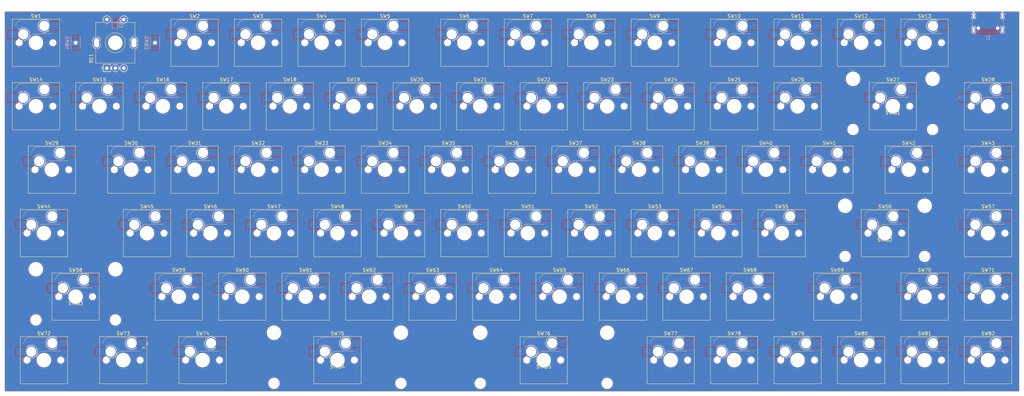
<source format=kicad_pcb>
(kicad_pcb (version 20240108) (generator "pcbnew") (generator_version "8.0")
  (layers (0 "F.Cu" signal) (31 "B.Cu" signal) (34 "B.Paste" user) (35 "F.Paste" user) (36 "B.SilkS" user "B.Silkscreen") (37 "F.SilkS" user "F.Silkscreen") (38 "B.Mask" user) (39 "F.Mask" user) (44 "Edge.Cuts" user))
  (net 0 "")
  (net 1 "GND")
  (net 2 "+5V")
  (net 3 "ROW1")
  (net 4 "Net-(D1-A)")
  (net 5 "Net-(D2-A)")
  (net 6 "Net-(D3-A)")
  (net 7 "Net-(D4-A)")
  (net 8 "Net-(D5-A)")
  (net 9 "Net-(D6-A)")
  (net 10 "Net-(D7-A)")
  (net 11 "Net-(D8-A)")
  (net 12 "Net-(D9-A)")
  (net 13 "Net-(D10-A)")
  (net 14 "Net-(D11-A)")
  (net 15 "Net-(D12-A)")
  (net 16 "Net-(D13-A)")
  (net 17 "Net-(D14-A)")
  (net 18 "Net-(D15-A)")
  (net 19 "Net-(D16-A)")
  (net 20 "Net-(D17-A)")
  (net 21 "Net-(D18-A)")
  (net 22 "Net-(D19-A)")
  (net 23 "Net-(D20-A)")
  (net 24 "Net-(D21-A)")
  (net 25 "Net-(D22-A)")
  (net 26 "Net-(D23-A)")
  (net 27 "Net-(D24-A)")
  (net 28 "Net-(D25-A)")
  (net 29 "Net-(D26-A)")
  (net 30 "Net-(D27-A)")
  (net 31 "Net-(D28-A)")
  (net 32 "Net-(D29-A)")
  (net 33 "Net-(D30-A)")
  (net 34 "Net-(D31-A)")
  (net 35 "Net-(D32-A)")
  (net 36 "Net-(D33-A)")
  (net 37 "Net-(D34-A)")
  (net 38 "Net-(D35-A)")
  (net 39 "Net-(D36-A)")
  (net 40 "Net-(D37-A)")
  (net 41 "Net-(D38-A)")
  (net 42 "Net-(D39-A)")
  (net 43 "Net-(D40-A)")
  (net 44 "Net-(D41-A)")
  (net 45 "Net-(D42-A)")
  (net 46 "Net-(D43-A)")
  (net 47 "Net-(D44-A)")
  (net 48 "Net-(D45-A)")
  (net 49 "Net-(D46-A)")
  (net 50 "Net-(D47-A)")
  (net 51 "Net-(D48-A)")
  (net 52 "Net-(D49-A)")
  (net 53 "Net-(D50-A)")
  (net 54 "Net-(D51-A)")
  (net 55 "Net-(D52-A)")
  (net 56 "Net-(D53-A)")
  (net 57 "Net-(D54-A)")
  (net 58 "Net-(D55-A)")
  (net 59 "Net-(D56-A)")
  (net 60 "Net-(D57-A)")
  (net 61 "Net-(D58-A)")
  (net 62 "Net-(D59-A)")
  (net 63 "Net-(D60-A)")
  (net 64 "Net-(D61-A)")
  (net 65 "Net-(D62-A)")
  (net 66 "Net-(D63-A)")
  (net 67 "Net-(D64-A)")
  (net 68 "Net-(D65-A)")
  (net 69 "Net-(D66-A)")
  (net 70 "Net-(D67-A)")
  (net 71 "Net-(D68-A)")
  (net 72 "Net-(D69-A)")
  (net 73 "Net-(D70-A)")
  (net 74 "Net-(D71-A)")
  (net 75 "Net-(D72-A)")
  (net 76 "Net-(D73-A)")
  (net 77 "Net-(D74-A)")
  (net 78 "Net-(D75-A)")
  (net 79 "Net-(D76-A)")
  (net 80 "Net-(D77-A)")
  (net 81 "Net-(D78-A)")
  (net 82 "Net-(D79-A)")
  (net 83 "Net-(D80-A)")
  (net 84 "Net-(D81-A)")
  (net 85 "Net-(D82-A)")
  (net 86 "Net-(J1-D--PadA7)")
  (net 88 "Net-(J1-CC1)")
  (net 89 "Net-(J1-D+-PadA6)")
  (net 91 "Net-(J1-CC2)")
  (net 92 "~{RESET}")
  (net 93 "/Microcontroller/~{USB_BOOT}")
  (net 94 "Rotary Encoder Pin B")
  (net 95 "Rotary Encoder Pin A")
  (net 96 "COL1")
  (net 97 "COL3")
  (net 98 "COL4")
  (net 99 "COL5")
  (net 100 "COL6")
  (net 101 "COL7")
  (net 102 "COL8")
  (net 103 "COL9")
  (net 104 "COL10")
  (net 105 "COL11")
  (net 106 "COL12")
  (net 107 "COL13")
  (net 108 "COL14")
  (net 109 "COL2")
  (net 110 "COL15")
  (net 111 "Net-(D83-A)")
  (footprint "PCM_Mounting_Keyboard_Stabilizer:Stabilizer_Cherry_MX_2.00u" (layer "F.Cu") (at 292.89375 85.725 180)
    (property "Reference" "STAB2")
    (property "Value" "Stablizer_2U")
  )
  (footprint "PCM_Miscellaneous:EC11E-Switch_Vertical_H11mm" (layer "F.Cu") (at 61.9125 28.575 90)
    (property "Reference" "RE1")
    (property "Value" "RotaryEncoder_Switch_MP")
  )
  (footprint "PCM_Mounting_Keyboard_Stabilizer:Stabilizer_Cherry_MX_3.00u" (layer "F.Cu") (at 190.5 123.825 180)
    (property "Reference" "STAB5")
    (property "Value" "Stablizer_3U")
  )
  (footprint "PCM_Mounting_Keyboard_Stabilizer:Stabilizer_Cherry_MX_3.00u" (layer "F.Cu") (at 128.5875 123.825 180)
    (property "Reference" "STAB4")
    (property "Value" "Stablizer_3U")
  )
  (footprint "PCM_Mounting_Keyboard_Stabilizer:Stabilizer_Cherry_MX_2.00u" (layer "F.Cu") (at 50.00625 104.775 180)
    (property "Reference" "STAB3")
    (property "Value" "Stablizer_2U")
  )
  (footprint "PCM_Mounting_Keyboard_Stabilizer:Stabilizer_Cherry_MX_2.00u" (layer "F.Cu") (at 295.275 47.625 180)
    (property "Reference" "STAB1")
    (property "Value" "Stablizer_2U")
  )
  (footprint "PCM_Switch_Keyboard_Hotswap_Kailh:SW_Hotswap_Kailh_MX_Plated_1.00u" (layer "B.Cu") (at 104.775 66.675 180)
    (property "Reference" "SW32")
    (property "Value" "E")
  )
  (footprint "PCM_Switch_Keyboard_Hotswap_Kailh:SW_Hotswap_Kailh_MX_Plated_1.00u" (layer "B.Cu") (at 71.4375 85.725 180)
    (property "Reference" "SW45")
    (property "Value" "A")
  )
  (footprint "PCM_Switch_Keyboard_Hotswap_Kailh:SW_Hotswap_Kailh_MX_Plated_1.00u" (layer "B.Cu") (at 66.675 66.675 180)
    (property "Reference" "SW30")
    (property "Value" "Q")
  )
  (footprint "PCM_Switch_Keyboard_Hotswap_Kailh:SW_Hotswap_Kailh_MX_Plated_1.25u" (layer "B.Cu") (at 40.48125 85.725 180)
    (property "Reference" "SW44")
    (property "Value" "Caps Lock")
  )
  (footprint "PCM_Switch_Keyboard_Hotswap_Kailh:SW_Hotswap_Kailh_MX_Plated_1.00u" (layer "B.Cu") (at 266.7 123.825 180)
    (property "Reference" "SW79")
    (property "Value" "Menu")
  )
  (footprint "PCM_Switch_Keyboard_Hotswap_Kailh:SW_Hotswap_Kailh_MX_Plated_1.00u" (layer "B.Cu") (at 323.85 66.675 180)
    (property "Reference" "SW43")
    (property "Value" "Home")
  )
  (footprint "PCM_Switch_Keyboard_Hotswap_Kailh:SW_Hotswap_Kailh_MX_Plated_1.00u" (layer "B.Cu") (at 185.7375 85.725 180)
    (property "Reference" "SW51")
    (property "Value" "J")
  )
  (footprint "PCM_Switch_Keyboard_Hotswap_Kailh:SW_Hotswap_Kailh_MX_Plated_1.00u" (layer "B.Cu") (at 152.4 47.625 180)
    (property "Reference" "SW20")
    (property "Value" "6")
  )
  (footprint "PCM_Switch_Keyboard_Hotswap_Kailh:SW_Hotswap_Kailh_MX_Plated_1.00u" (layer "B.Cu") (at 266.7 47.625 180)
    (property "Reference" "SW26")
    (property "Value" "=")
  )
  (footprint "PCM_Switch_Keyboard_Hotswap_Kailh:SW_Hotswap_Kailh_MX_Plated_1.00u" (layer "B.Cu") (at 166.6875 28.575 180)
    (property "Reference" "SW6")
    (property "Value" "F5")
  )
  (footprint "PCM_Switch_Keyboard_Hotswap_Kailh:SW_Hotswap_Kailh_MX_Plated_1.00u" (layer "B.Cu") (at 119.0625 104.775 180)
    (property "Reference" "SW61")
    (property "Value" "C")
  )
  (footprint "PCM_Switch_Keyboard_Hotswap_Kailh:SW_Hotswap_Kailh_MX_Plated_1.00u" (layer "B.Cu") (at 147.6375 85.725 180)
    (property "Reference" "SW49")
    (property "Value" "G")
  )
  (footprint "PCM_Switch_Keyboard_Hotswap_Kailh:SW_Hotswap_Kailh_MX_Plated_1.00u" (layer "B.Cu") (at 304.8 28.575 180)
    (property "Reference" "SW13")
    (property "Value" "F12")
  )
  (footprint "PCM_Switch_Keyboard_Hotswap_Kailh:SW_Hotswap_Kailh_MX_Plated_1.00u" (layer "B.Cu") (at 80.9625 104.775 180)
    (property "Reference" "SW59")
    (property "Value" "Z")
  )
  (footprint "PCM_Switch_Keyboard_Hotswap_Kailh:SW_Hotswap_Kailh_MX_Plated_1.00u" (layer "B.Cu") (at 304.8 123.825 180)
    (property "Reference" "SW81")
    (property "Value" "↓")
  )
  (footprint "PCM_Switch_Keyboard_Hotswap_Kailh:SW_Hotswap_Kailh_MX_Plated_1.00u" (layer "B.Cu") (at 133.35 47.625 180)
    (property "Reference" "SW19")
    (property "Value" "5")
  )
  (footprint "PCM_Switch_Keyboard_Hotswap_Kailh:SW_Hotswap_Kailh_MX_Plated_1.00u" (layer "B.Cu") (at 90.4875 85.725 180)
    (property "Reference" "SW46")
    (property "Value" "S")
  )
  (footprint "PCM_Switch_Keyboard_Hotswap_Kailh:SW_Hotswap_Kailh_MX_Plated_1.00u" (layer "B.Cu") (at 276.225 66.675 180)
    (property "Reference" "SW41")
    (property "Value" "]")
  )
  (footprint "PCM_Switch_Keyboard_Hotswap_Kailh:SW_Hotswap_Kailh_MX_Plated_1.00u" (layer "B.Cu") (at 323.85 123.825 180)
    (property "Reference" "SW82")
    (property "Value" "→")
  )
  (footprint "PCM_Switch_Keyboard_Hotswap_Kailh:SW_Hotswap_Kailh_MX_Plated_1.00u" (layer "B.Cu") (at 223.8375 85.725 180)
    (property "Reference" "SW53")
    (property "Value" "L")
  )
  (footprint "PCM_Switch_Keyboard_Hotswap_Kailh:SW_Hotswap_Kailh_MX_Plated_1.00u" (layer "B.Cu") (at 85.725 28.575 180)
    (property "Reference" "SW2")
    (property "Value" "F1")
  )
  (footprint "PCM_Switch_Keyboard_Hotswap_Kailh:SW_Hotswap_Kailh_MX_Plated_1.00u" (layer "B.Cu") (at 219.075 66.675 180)
    (property "Reference" "SW38")
    (property "Value" "O")
  )
  (footprint "PCM_Switch_Keyboard_Hotswap_Kailh:SW_Hotswap_Kailh_MX_Plated_1.00u" (layer "B.Cu") (at 238.125 66.675 180)
    (property "Reference" "SW39")
    (property "Value" "P")
  )
  (footprint "PCM_Switch_Keyboard_Hotswap_Kailh:SW_Hotswap_Kailh_MX_Plated_1.00u" (layer "B.Cu") (at 123.825 66.675 180)
    (property "Reference" "SW33")
    (property "Value" "R")
  )
  (footprint "PCM_Switch_Keyboard_Hotswap_Kailh:SW_Hotswap_Kailh_MX_Plated_1.00u" (layer "B.Cu") (at 209.55 47.625 180)
    (property "Reference" "SW23")
    (property "Value" "9")
  )
  (footprint "PCM_Switch_Keyboard_Hotswap_Kailh:SW_Hotswap_Kailh_MX_Plated_1.00u" (layer "B.Cu") (at 204.7875 28.575 180)
    (property "Reference" "SW8")
    (property "Value" "F7")
  )
  (footprint "PCM_Switch_Keyboard_Hotswap_Kailh:SW_Hotswap_Kailh_MX_Plated_1.00u" (layer "B.Cu") (at 200.025 66.675 180)
    (property "Reference" "SW37")
    (property "Value" "I")
  )
  (footprint "PCM_Switch_Keyboard_Hotswap_Kailh:SW_Hotswap_Kailh_MX_Plated_1.00u" (layer "B.Cu") (at 104.775 28.575 180)
    (property "Reference" "SW3")
    (property "Value" "F2")
  )
  (footprint "PCM_Switch_Keyboard_Hotswap_Kailh:SW_Hotswap_Kailh_MX_Plated_1.00u" (layer "B.Cu") (at 185.7375 28.575 180)
    (property "Reference" "SW7")
    (property "Value" "F6")
  )
  (footprint "PCM_Switch_Keyboard_Hotswap_Kailh:SW_Hotswap_Kailh_MX_Plated_1.00u" (layer "B.Cu") (at 166.6875 85.725 180)
    (property "Reference" "SW50")
    (property "Value" "H")
  )
  (footprint "PCM_Switch_Keyboard_Hotswap_Kailh:SW_Hotswap_Kailh_MX_Plated_1.00u" (layer "B.Cu") (at 247.65 123.825 180)
    (property "Reference" "SW78")
    (property "Value" "Alt")
  )
  (footprint "PCM_Switch_Keyboard_Hotswap_Kailh:SW_Hotswap_Kailh_MX_Plated_1.50u" (layer "B.Cu") (at 42.8625 66.675 180)
    (property "Reference" "SW29")
    (property "Value" "Tab")
  )
  (footprint "PCM_Switch_Keyboard_Hotswap_Kailh:SW_Hotswap_Kailh_MX_Plated_1.00u" (layer "B.Cu") (at 138.1125 104.775 180)
    (property "Reference" "SW62")
    (property "Value" "V")
  )
  (footprint "PCM_Switch_Keyboard_Hotswap_Kailh:SW_Hotswap_Kailh_MX_Plated_1.00u" (layer "B.Cu") (at 123.825 28.575 180)
    (property "Reference" "SW4")
    (property "Value" "F3")
  )
  (footprint "PCM_Switch_Keyboard_Hotswap_Kailh:SW_Hotswap_Kailh_MX_Plated_1.00u" (layer "B.Cu") (at 114.3 47.625 180)
    (property "Reference" "SW18")
    (property "Value" "4")
  )
  (footprint "PCM_Switch_Keyboard_Hotswap_Kailh:SW_Hotswap_Kailh_MX_Plated_1.00u" (layer "B.Cu") (at 228.6 47.625 180)
    (property "Reference" "SW24")
    (property "Value" "0")
  )
  (footprint "PCM_Switch_Keyboard_Hotswap_Kailh:SW_Hotswap_Kailh_MX_Plated_1.00u" (layer "B.Cu") (at 223.8375 28.575 180)
    (property "Reference" "SW9")
    (property "Value" "F8")
  )
  (footprint "PCM_Switch_Keyboard_Hotswap_Kailh:SW_Hotswap_Kailh_MX_Plated_1.00u" (layer "B.Cu") (at 57.15 47.625 180)
    (property "Reference" "SW15")
    (property "Value" "1")
  )
  (footprint "PCM_Switch_Keyboard_Hotswap_Kailh:SW_Hotswap_Kailh_MX_Plated_1.00u" (layer "B.Cu") (at 142.875 66.675 180)
    (property "Reference" "SW34")
    (property "Value" "T")
  )
  (footprint "PCM_Switch_Keyboard_Hotswap_Kailh:SW_Hotswap_Kailh_MX_Plated_1.00u" (layer "B.Cu") (at 161.925 66.675 180)
    (property "Reference" "SW35")
    (property "Value" "Y")
  )
  (footprint "PCM_Switch_Keyboard_Hotswap_Kailh:SW_Hotswap_Kailh_MX_Plated_1.00u" (layer "B.Cu") (at 38.1 28.575 180)
    (property "Reference" "SW1")
    (property "Value" "ESC")
  )
  (footprint "PCM_Switch_Keyboard_Hotswap_Kailh:SW_Hotswap_Kailh_MX_Plated_1.50u" (layer "B.Cu") (at 300.0375 66.675 180)
    (property "Reference" "SW42")
    (property "Value" "\\")
  )
  (footprint "PCM_Switch_Keyboard_Hotswap_Kailh:SW_Hotswap_Kailh_MX_Plated_1.00u" (layer "B.Cu") (at 252.4125 104.775 180)
    (property "Reference" "SW68")
    (property "Value" "/")
  )
  (footprint "PCM_Switch_Keyboard_Hotswap_Kailh:SW_Hotswap_Kailh_MX_Plated_1.00u" (layer "B.Cu") (at 228.6 123.825 180)
    (property "Reference" "SW77")
    (property "Value" "Control")
  )
  (footprint "PCM_Switch_Keyboard_Hotswap_Kailh:SW_Hotswap_Kailh_MX_Plated_1.00u" (layer "B.Cu") (at 176.2125 104.775 180)
    (property "Reference" "SW64")
    (property "Value" "N")
  )
  (footprint "PCM_Switch_Keyboard_Hotswap_Kailh:SW_Hotswap_Kailh_MX_Plated_1.00u" (layer "B.Cu") (at 247.65 28.575 180)
    (property "Reference" "SW10")
    (property "Value" "F9")
  )
  (footprint "PCM_Switch_Keyboard_Hotswap_Kailh:SW_Hotswap_Kailh_MX_Plated_2.25u" (layer "B.Cu") (at 50.00625 104.775 180)
    (property "Reference" "SW58")
    (property "Value" "Shift")
  )
  (footprint "PCM_Switch_Keyboard_Hotswap_Kailh:SW_Hotswap_Kailh_MX_Plated_1.00u" (layer "B.Cu") (at 195.2625 104.775 180)
    (property "Reference" "SW65")
    (property "Value" "M")
  )
  (footprint "PCM_Switch_Keyboard_Hotswap_Kailh:SW_Hotswap_Kailh_MX_Plated_1.00u" (layer "B.Cu") (at 247.65 47.625 180)
    (property "Reference" "SW25")
    (property "Value" "-")
  )
  (footprint "PCM_Switch_Keyboard_Hotswap_Kailh:SW_Hotswap_Kailh_MX_Plated_1.00u" (layer "B.Cu") (at 76.2 47.625 180)
    (property "Reference" "SW16")
    (property "Value" "2")
  )
  (footprint "PCM_Switch_Keyboard_Hotswap_Kailh:SW_Hotswap_Kailh_MX_Plated_1.00u" (layer "B.Cu") (at 190.5 47.625 180)
    (property "Reference" "SW22")
    (property "Value" "8")
  )
  (footprint "PCM_Switch_Keyboard_Hotswap_Kailh:SW_Hotswap_Kailh_MX_Plated_1.00u" (layer "B.Cu") (at 323.85 85.725 180)
    (property "Reference" "SW57")
    (property "Value" "Page Up")
  )
  (footprint "PCM_Switch_Keyboard_Hotswap_Kailh:SW_Hotswap_Kailh_MX_Plated_1.00u" (layer "B.Cu") (at 157.1625 104.775 180)
    (property "Reference" "SW63")
    (property "Value" "B")
  )
  (footprint "PCM_Switch_Keyboard_Hotswap_Kailh:SW_Hotswap_Kailh_MX_Plated_1.00u" (layer "B.Cu") (at 257.175 66.675 180)
    (property "Reference" "SW40")
    (property "Value" "[")
  )
  (footprint "PCM_Switch_Keyboard_Hotswap_Kailh:SW_Hotswap_Kailh_MX_Plated_3.00u" (layer "B.Cu") (at 128.5875 123.825 180)
    (property "Reference" "SW75")
    (property "Value" "Space")
  )
  (footprint "PCM_Switch_Keyboard_Hotswap_Kailh:SW_Hotswap_Kailh_MX_Plated_1.00u" (layer "B.Cu") (at 204.7875 85.725 180)
    (property "Reference" "SW52")
    (property "Value" "K")
  )
  (footprint "PCM_Switch_Keyboard_Hotswap_Kailh:SW_Hotswap_Kailh_MX_Plated_1.00u" (layer "B.Cu") (at 242.8875 85.725 180)
    (property "Reference" "SW54")
    (property "Value" ";")
  )
  (footprint "PCM_Switch_Keyboard_Hotswap_Kailh:SW_Hotswap_Kailh_MX_Plated_1.25u" (layer "B.Cu") (at 40.48125 123.825 180)
    (property "Reference" "SW72")
    (property "Value" "Control")
  )
  (footprint "PCM_Switch_Keyboard_Hotswap_Kailh:SW_Hotswap_Kailh_MX_Plated_1.00u" (layer "B.Cu") (at 38.1 47.625 180)
    (property "Reference" "SW14")
    (property "Value" "`")
  )
  (footprint "PCM_Switch_Keyboard_Hotswap_Kailh:SW_Hotswap_Kailh_MX_Plated_1.00u" (layer "B.Cu") (at 100.0125 104.775 180)
    (property "Reference" "SW60")
    (property "Value" "X")
  )
  (footprint "Button_Switch_SMD:SW_SPST_B3U-1000P-B" (layer "B.Cu") (at 50.00625 28.575 -90)
    (property "Reference" "SW84")
    (property "Value" "~{USB_BOOT}")
  )
  (footprint "PCM_Switch_Keyboard_Hotswap_Kailh:SW_Hotswap_Kailh_MX_Plated_1.00u" (layer "B.Cu") (at 304.8 104.775 180)
    (property "Reference" "SW70")
    (property "Value" "↑")
  )
  (footprint "PCM_Switch_Keyboard_Hotswap_Kailh:SW_Hotswap_Kailh_MX_Plated_1.00u" (layer "B.Cu") (at 266.7 28.575 180)
    (property "Reference" "SW11")
    (property "Value" "F10")
  )
  (footprint "PCM_Switch_Keyboard_Hotswap_Kailh:SW_Hotswap_Kailh_MX_Plated_2.00u" (layer "B.Cu") (at 295.275 47.625 180)
    (property "Reference" "SW27")
    (property "Value" "Backspace")
  )
  (footprint "PCM_Switch_Keyboard_Hotswap_Kailh:SW_Hotswap_Kailh_MX_Plated_1.00u" (layer "B.Cu") (at 214.3125 104.775 180)
    (property "Reference" "SW66")
    (property "Value" ",")
  )
  (footprint "PCM_Switch_Keyboard_Hotswap_Kailh:SW_Hotswap_Kailh_MX_Plated_1.00u" (layer "B.Cu") (at 180.975 66.675 180)
    (property "Reference" "SW36")
    (property "Value" "U")
  )
  (footprint "PCM_Switch_Keyboard_Hotswap_Kailh:SW_Hotswap_Kailh_MX_Plated_3.00u" (layer "B.Cu") (at 190.5 123.825 180)
    (property "Reference" "SW76")
    (property "Value" "Space")
  )
  (footprint "PCM_Switch_Keyboard_Hotswap_Kailh:SW_Hotswap_Kailh_MX_Plated_1.00u" (layer "B.Cu") (at 142.875 28.575 180)
    (property "Reference" "SW5")
    (property "Value" "F4")
  )
  (footprint "PCM_Switch_Keyboard_Hotswap_Kailh:SW_Hotswap_Kailh_MX_Plated_1.00u" (layer "B.Cu") (at 261.9375 85.725 180)
    (property "Reference" "SW55")
    (property "Value" "'")
  )
  (footprint "Diode_SMD:D_SOD-323" (layer "B.Cu") (at 61.8 22.64 90)
    (property "Reference" "D83")
    (property "Value" "1N4148WS")
  )
  (footprint "PCM_Switch_Keyboard_Hotswap_Kailh:SW_Hotswap_Kailh_MX_Plated_1.00u" (layer "B.Cu") (at 323.85 47.625 180)
    (property "Reference" "SW28")
    (property "Value" "Delete")
  )
  (footprint "PCM_Switch_Keyboard_Hotswap_Kailh:SW_Hotswap_Kailh_MX_Plated_1.25u" (layer "B.Cu") (at 88.10625 123.825 180)
    (property "Reference" "SW74")
    (property "Value" "Alt")
  )
  (footprint "PCM_Switch_Keyboard_Hotswap_Kailh:SW_Hotswap_Kailh_MX_Plated_1.00u" (layer "B.Cu") (at 285.75 123.825 180)
    (property "Reference" "SW80")
    (property "Value" "←")
  )
  (footprint "PCM_Switch_Keyboard_Hotswap_Kailh:SW_Hotswap_Kailh_MX_Plated_1.00u" (layer "B.Cu") (at 95.25 47.625 180)
    (property "Reference" "SW17")
    (property "Value" "3")
  )
  (footprint "PCM_Switch_Keyboard_Hotswap_Kailh:SW_Hotswap_Kailh_MX_Plated_2.25u" (layer "B.Cu") (at 292.89375 85.725 180)
    (property "Reference" "SW56")
    (property "Value" "Enter")
  )
  (footprint "PCM_Switch_Keyboard_Hotswap_Kailh:SW_Hotswap_Kailh_MX_Plated_1.00u" (layer "B.Cu") (at 109.5375 85.725 180)
    (property "Reference" "SW47")
    (property "Value" "D")
  )
  (footprint "PCM_Switch_Keyboard_Hotswap_Kailh:SW_Hotswap_Kailh_MX_Plated_1.00u" (layer "B.Cu") (at 323.85 104.775 180)
    (property "Reference" "SW71")
    (property "Value" "Page Down")
  )
  (footprint "PCM_Switch_Keyboard_Hotswap_Kailh:SW_Hotswap_Kailh_MX_Plated_1.00u" (layer "B.Cu") (at 85.725 66.675 180)
    (property "Reference" "SW31")
    (property "Value" "W")
  )
  (footprint "PCM_Switch_Keyboard_Hotswap_Kailh:SW_Hotswap_Kailh_MX_Plated_1.00u" (layer "B.Cu") (at 285.75 28.575 180)
    (property "Reference" "SW12")
    (property "Value" "F11")
  )
  (footprint "PCM_Switch_Keyboard_Hotswap_Kailh:SW_Hotswap_Kailh_MX_Plated_1.25u" (layer "B.Cu") (at 64.29375 123.825 180)
    (property "Reference" "SW73")
    (property "Value" "Windows")
  )
  (footprint "PCM_Switch_Keyboard_Hotswap_Kailh:SW_Hotswap_Kailh_MX_Plated_1.00u" (layer "B.Cu") (at 128.5875 85.725 180)
    (property "Reference" "SW48")
    (property "Value" "F")
  )
  (footprint "Button_Switch_SMD:SW_SPST_B3U-1000P-B" (layer "B.Cu") (at 73.81875 28.575 -90)
    (property "Reference" "SW83")
    (property "Value" "~{RESET}")
  )
  (footprint "Connector_USB:USB_C_Receptacle_GCT_USB4105-xx-A_16P_TopMnt_Horizontal" (layer "B.Cu") (at 323.85 21.59)
    (property "Reference" "J1")
    (property "Value" "GCT USB4105")
  )
  (footprint "PCM_Switch_Keyboard_Hotswap_Kailh:SW_Hotswap_Kailh_MX_Plated_1.00u" (layer "B.Cu") (at 171.45 47.625 180)
    (property "Reference" "SW21")
    (property "Value" "7")
  )
  (footprint "PCM_Switch_Keyboard_Hotswap_Kailh:SW_Hotswap_Kailh_MX_Plated_1.00u" (layer "B.Cu") (at 233.3625 104.775 180)
    (property "Reference" "SW67")
    (property "Value" ".")
  )
  (footprint "PCM_Switch_Keyboard_Hotswap_Kailh:SW_Hotswap_Kailh_MX_Plated_1.75u" (layer "B.Cu") (at 278.60625 104.775 180)
    (property "Reference" "SW69")
    (property "Value" "Shift")
  )
  (gr_rect (start 28.575 19.05) (end 333.375 133.35) (stroke (width 0.05)) (fill none) (layer "Edge.Cuts"))
  (segment (start 34.29 59.3725) (end 39.0525 64.135) (width 0.2) (layer "F.Cu") (net 96))
  (segment (start 46.19625 102.235) (end 46.19625 111.76) (width 0.2) (layer "F.Cu") (net 96))
  (segment (start 38.9575 64.23) (end 38.9575 80.89875) (width 0.2) (layer "F.Cu") (net 96))
  (segment (start 46.19625 102.235) (end 46.19625 97.4725) (width 0.2) (layer "F.Cu") (net 96))
  (segment (start 34.29 26.035) (end 34.29 45.085) (width 0.2) (layer "F.Cu") (net 96))
  (segment (start 46.19625 97.4725) (end 36.67125 87.9475) (width 0.2) (layer "F.Cu") (net 96))
  (segment (start 38.9575 80.89875) (end 36.67125 83.185) (width 0.2) (layer "F.Cu") (net 96))
  (segment (start 46.19625 111.76) (end 36.67125 121.285) (width 0.2) (layer "F.Cu") (net 96))
  (segment (start 36.67125 83.185) (end 36.67125 87.9475) (width 0.2) (layer "F.Cu") (net 96))
  (segment (start 34.29 45.085) (end 34.29 59.3725) (width 0.2) (layer "F.Cu") (net 96))
  (segment (start 39.0525 64.135) (end 38.9575 64.23) (width 0.2) (layer "F.Cu") (net 96))
  (segment (start 81.915 64.135) (end 81.915 78.4225) (width 0.2) (layer "F.Cu") (net 97))
  (segment (start 84.29625 121.285) (end 96.2025 109.37875) (width 0.2) (layer "F.Cu") (net 97))
  (segment (start 86.6775 83.185) (end 86.6775 92.71) (width 0.2) (layer "F.Cu") (net 97))
  (segment (start 96.2025 109.37875) (end 96.2025 102.235) (width 0.2) (layer "F.Cu") (net 97))
  (segment (start 81.915 26.035) (end 81.915 35.56) (width 0.2) (layer "F.Cu") (net 97))
  (segment (start 81.915 78.4225) (end 86.6775 83.185) (width 0.2) (layer "F.Cu") (net 97))
  (segment (start 86.6775 92.71) (end 96.2025 102.235) (width 0.2) (layer "F.Cu") (net 97))
  (segment (start 72.39 54.61) (end 81.915 64.135) (width 0.2) (layer "F.Cu") (net 97))
  (segment (start 81.915 35.56) (end 72.39 45.085) (width 0.2) (layer "F.Cu") (net 97))
  (segment (start 72.39 45.085) (end 72.39 54.61) (width 0.2) (layer "F.Cu") (net 97))
  (segment (start 105.7275 92.71) (end 115.2525 102.235) (width 0.2) (layer "F.Cu") (net 98))
  (segment (start 100.965 78.4225) (end 105.7275 83.185) (width 0.2) (layer "F.Cu") (net 98))
  (segment (start 91.44 45.085) (end 91.44 54.61) (width 0.2) (layer "F.Cu") (net 98))
  (segment (start 115.2525 102.235) (end 115.2525 111.76) (width 0.2) (layer "F.Cu") (net 98))
  (segment (start 100.965 64.135) (end 100.965 78.4225) (width 0.2) (layer "F.Cu") (net 98))
  (segment (start 100.965 35.56) (end 91.44 45.085) (width 0.2) (layer "F.Cu") (net 98))
  (segment (start 91.44 54.61) (end 100.965 64.135) (width 0.2) (layer "F.Cu") (net 98))
  (segment (start 115.2525 111.76) (end 124.7775 121.285) (width 0.2) (layer "F.Cu") (net 98))
  (segment (start 105.7275 83.185) (end 105.7275 92.71) (width 0.2) (layer "F.Cu") (net 98))
  (segment (start 100.965 26.035) (end 100.965 35.56) (width 0.2) (layer "F.Cu") (net 98))
  (segment (start 120.015 35.56) (end 110.49 45.085) (width 0.2) (layer "F.Cu") (net 99))
  (segment (start 110.49 54.61) (end 120.015 64.135) (width 0.2) (layer "F.Cu") (net 99))
  (segment (start 110.49 45.085) (end 110.49 54.61) (width 0.2) (layer "F.Cu") (net 99))
  (segment (start 120.015 64.135) (end 120.015 78.4225) (width 0.2) (layer "F.Cu") (net 99))
  (segment (start 124.7775 83.185) (end 124.7775 92.71) (width 0.2) (layer "F.Cu") (net 99))
  (segment (start 120.015 26.035) (end 120.015 35.56) (width 0.2) (layer "F.Cu") (net 99))
  (segment (start 124.7775 92.71) (end 134.3025 102.235) (width 0.2) (layer "F.Cu") (net 99))
  (segment (start 120.015 78.4225) (end 124.7775 83.185) (width 0.2) (layer "F.Cu") (net 99))
  (segment (start 143.8275 92.71) (end 153.3525 102.235) (width 0.2) (layer "F.Cu") (net 100))
  (segment (start 139.065 35.56) (end 129.54 45.085) (width 0.2) (layer "F.Cu") (net 100))
  (segment (start 129.54 54.61) (end 139.065 64.135) (width 0.2) (layer "F.Cu") (net 100))
  (segment (start 139.065 26.035) (end 139.065 35.56) (width 0.2) (layer "F.Cu") (net 100))
  (segment (start 129.54 45.085) (end 129.54 54.61) (width 0.2) (layer "F.Cu") (net 100))
  (segment (start 139.065 78.4225) (end 143.8275 83.185) (width 0.2) (layer "F.Cu") (net 100))
  (segment (start 143.8275 83.185) (end 143.8275 92.71) (width 0.2) (layer "F.Cu") (net 100))
  (segment (start 139.065 64.135) (end 139.065 78.4225) (width 0.2) (layer "F.Cu") (net 100))
  (segment (start 172.4025 102.235) (end 172.4025 106.9975) (width 0.2) (layer "F.Cu") (net 101))
  (segment (start 158.115 78.4225) (end 162.8775 83.185) (width 0.2) (layer "F.Cu") (net 101))
  (segment (start 148.59 54.61) (end 158.115 64.135) (width 0.2) (layer "F.Cu") (net 101))
  (segment (start 158.115 64.135) (end 158.115 78.4225) (width 0.2) (layer "F.Cu") (net 101))
  (segment (start 172.4025 106.9975) (end 186.69 121.285) (width 0.2) (layer "F.Cu") (net 101))
  (segment (start 148.59 45.085) (end 148.59 54.61) (width 0.2) (layer "F.Cu") (net 101))
  (segment (start 162.8775 26.035) (end 162.8775 30.7975) (width 0.2) (layer "F.Cu") (net 101))
  (segment (start 162.8775 92.71) (end 172.4025 102.235) (width 0.2) (layer "F.Cu") (net 101))
  (segment (start 162.8775 30.7975) (end 148.59 45.085) (width 0.2) (layer "F.Cu") (net 101))
  (segment (start 162.8775 83.185) (end 162.8775 92.71) (width 0.2) (layer "F.Cu") (net 101))
  (segment (start 177.165 78.4225) (end 181.9275 83.185) (width 0.2) (layer "F.Cu") (net 102))
  (segment (start 181.9275 26.035) (end 181.9275 30.7975) (width 0.2) (layer "F.Cu") (net 102))
  (segment (start 167.64 54.61) (end 177.165 64.135) (width 0.2) (layer "F.Cu") (net 102))
  (segment (start 181.9275 30.7975) (end 167.64 45.085) (width 0.2) (layer "F.Cu") (net 102))
  (segment (start 177.165 64.135) (end 177.165 78.4225) (width 0.2) (layer "F.Cu") (net 102))
  (segment (start 181.9275 83.185) (end 181.9275 92.71) (width 0.2) (layer "F.Cu") (net 102))
  (segment (start 181.9275 92.71) (end 191.4525 102.235) (width 0.2) (layer "F.Cu") (net 102))
  (segment (start 167.64 45.085) (end 167.64 54.61) (width 0.2) (layer "F.Cu") (net 102))
  (segment (start 196.215 64.135) (end 196.215 78.4225) (width 0.2) (layer "F.Cu") (net 103))
  (segment (start 196.215 78.4225) (end 200.9775 83.185) (width 0.2) (layer "F.Cu") (net 103))
  (segment (start 200.9775 30.7975) (end 186.69 45.085) (width 0.2) (layer "F.Cu") (net 103))
  (segment (start 200.9775 26.035) (end 200.9775 30.7975) (width 0.2) (layer "F.Cu") (net 103))
  (segment (start 200.9775 83.185) (end 200.9775 92.71) (width 0.2) (layer "F.Cu") (net 103))
  (segment (start 186.69 45.085) (end 186.69 54.61) (width 0.2) (layer "F.Cu") (net 103))
  (segment (start 186.69 54.61) (end 196.215 64.135) (width 0.2) (layer "F.Cu") (net 103))
  (segment (start 200.9775 92.71) (end 210.5025 102.235) (width 0.2) (layer "F.Cu") (net 103))
  (segment (start 205.74 45.085) (end 205.74 54.61) (width 0.2) (layer "F.Cu") (net 104))
  (segment (start 220.0275 30.7975) (end 205.74 45.085) (width 0.2) (layer "F.Cu") (net 104))
  (segment (start 220.0275 26.035) (end 220.0275 30.7975) (width 0.2) (layer "F.Cu") (net 104))
  (segment (start 215.265 64.135) (end 215.265 78.4225) (width 0.2) (layer "F.Cu") (net 104))
  (segment (start 215.265 78.4225) (end 220.0275 83.185) (width 0.2) (layer "F.Cu") (net 104))
  (segment (start 220.0275 83.185) (end 220.0275 92.71) (width 0.2) (layer "F.Cu") (net 104))
  (segment (start 220.0275 92.71) (end 229.5525 102.235) (width 0.2) (layer "F.Cu") (net 104))
  (segment (start 229.5525 102.235) (end 229.5525 116.5225) (width 0.2) (layer "F.Cu") (net 104))
  (segment (start 229.5525 116.5225) (end 224.79 121.285) (width 0.2) (layer "F.Cu") (net 104))
  (segment (start 205.74 54.61) (end 215.265 64.135) (width 0.2) (layer "F.Cu") (net 104))
  (segment (start 248.5075 116.6175) (end 243.84 121.285) (width 0.2) (layer "F.Cu") (net 105))
  (segment (start 234.315 78.4225) (end 239.0775 83.185) (width 0.2) (layer "F.Cu") (net 105))
  (segment (start 224.79 54.61) (end 234.315 64.135) (width 0.2) (layer "F.Cu") (net 105))
  (segment (start 239.0775 92.71) (end 248.6025 102.235) (width 0.2) (layer "F.Cu") (net 105))
  (segment (start 234.315 64.135) (end 234.315 78.4225) (width 0.2) (layer "F.Cu") (net 105))
  (segment (start 224.79 45.085) (end 224.79 54.61) (width 0.2) (layer "F.Cu") (net 105))
  (segment (start 239.0775 83.185) (end 239.0775 92.71) (width 0.2) (layer "F.Cu") (net 105))
  (segment (start 248.6025 102.235) (end 248.5075 102.33) (width 0.2) (layer "F.Cu") (net 105))
  (segment (start 248.5075 102.33) (end 248.5075 116.6175) (width 0.2) (layer "F.Cu") (net 105))
  (segment (start 262.89 121.285) (end 262.89 97.4725) (width 0.2) (layer "F.Cu") (net 106))
  (segment (start 253.365 64.135) (end 253.365 78.4225) (width 0.2) (layer "F.Cu") (net 106))
  (segment (start 243.84 54.61) (end 253.365 64.135) (width 0.2) (layer "F.Cu") (net 106))
  (segment (start 253.365 78.4225) (end 258.1275 83.185) (width 0.2) (layer "F.Cu") (net 106))
  (segment (start 258.1275 83.185) (end 258.1275 92.71) (width 0.2) (layer "F.Cu") (net 106))
  (segment (start 262.89 97.4725) (end 258.1275 92.71) (width 0.2) (layer "F.Cu") (net 106))
  (segment (start 243.84 26.035) (end 243.84 45.085) (width 0.2) (layer "F.Cu") (net 106))
  (segment (start 243.84 45.085) (end 243.84 54.61) (width 0.2) (layer "F.Cu") (net 106))
  (segment (start 274.79625 102.235) (end 274.79625 114.14125) (width 0.2) (layer "F.Cu") (net 107))
  (segment (start 272.415 64.135) (end 272.415 99.85375) (width 0.2) (layer "F.Cu") (net 107))
  (segment (start 262.89 26.035) (end 262.89 45.085) (width 0.2) (layer "F.Cu") (net 107))
  (segment (start 262.89 54.61) (end 272.415 64.135) (width 0.2) (layer "F.Cu") (net 107))
  (segment (start 272.415 99.85375) (end 274.79625 102.235) (width 0.2) (layer "F.Cu") (net 107))
  (segment (start 274.79625 114.14125) (end 281.94 121.285) (width 0.2) (layer "F.Cu") (net 107))
  (segment (start 262.89 45.085) (end 262.89 54.61) (width 0.2) (layer "F.Cu") (net 107))
  (segment (start 300.99 102.235) (end 300.99 121.285) (width 0.2) (layer "F.Cu") (net 108))
  (segment (start 289.08375 83.185) (end 289.08375 90.32875) (width 0.2) (layer "F.Cu") (net 108))
  (segment (start 296.2275 76.04125) (end 289.08375 83.185) (width 0.2) (layer "F.Cu") (net 108))
  (segment (start 281.94 26.035) (end 281.94 30.7975) (width 0.2) (layer "F.Cu") (net 108))
  (segment (start 291.465 45.085) (end 291.465 40.3225) (width 0.2) (layer "F.Cu") (net 108))
  (segment (start 291.465 59.3725) (end 296.2275 64.135) (width 0.2) (layer "F.Cu") (net 108))
  (segment (start 289.08375 90.32875) (end 300.99 102.235) (width 0.2) (layer "F.Cu") (net 108))
  (segment (start 291.465 45.085) (end 291.465 59.3725) (width 0.2) (layer "F.Cu") (net 108))
  (segment (start 281.94 30.7975) (end 291.465 40.3225) (width 0.2) (layer "F.Cu") (net 108))
  (segment (start 296.2275 64.135) (end 296.2275 76.04125) (width 0.2) (layer "F.Cu") (net 108))
  (segment (start 53.34 54.61) (end 62.865 64.135) (width 0.2) (layer "F.Cu") (net 109))
  (segment (start 77.1525 102.235) (end 77.1525 114.3) (width 0.2) (layer "F.Cu") (net 109))
  (segment (start 59.3725 21.59) (end 53.34 27.6225) (width 0.2) (layer "F.Cu") (net 109))
  (segment (start 70.1675 121.285) (end 77.1525 114.3) (width 0.2) (layer "F.Cu") (net 109))
  (segment (start 53.34 27.6225) (end 53.34 45.085) (width 0.2) (layer "F.Cu") (net 109))
  (segment (start 62.865 78.4225) (end 67.6275 83.185) (width 0.2) (layer "F.Cu") (net 109))
  (segment (start 67.6275 83.185) (end 67.6275 92.71) (width 0.2) (layer "F.Cu") (net 109))
  (segment (start 62.865 64.135) (end 62.865 78.4225) (width 0.2) (layer "F.Cu") (net 109))
  (segment (start 60.48375 121.285) (end 70.1675 121.285) (width 0.2) (layer "F.Cu") (net 109))
  (segment (start 67.6275 92.71) (end 77.1525 102.235) (width 0.2) (layer "F.Cu") (net 109))
  (segment (start 53.34 45.085) (end 53.34 54.61) (width 0.2) (layer "F.Cu") (net 109))
  (segment (start 300.99 26.035) (end 300.99 38.1) (width 0.2) (layer "F.Cu") (net 110))
  (segment (start 320.04 45.085) (end 320.04 121.285) (width 0.2) (layer "F.Cu") (net 110))
  (segment (start 300.99 38.1) (end 307.975 45.085) (width 0.2) (layer "F.Cu") (net 110))
  (segment (start 307.975 45.085) (end 320.04 45.085) (width 0.2) (layer "F.Cu") (net 110))
  (segment (start 64.4525 21.59) (end 61.8 21.59) (width 0.2) (layer "B.Cu") (net 111))
  (zone (net 1) (net_name "GND") (layers "F&B.Cu") (connect_pads (clearance 0.2)) (min_thickness 0.2) (fill yes (thermal_gap 0.2) (thermal_bridge_width 0.2))
    (polygon (pts (xy 27.305 17.78) (xy 334.645 17.78) (xy 334.645 134.62) (xy 27.305 134.62)))
  )
)
</source>
